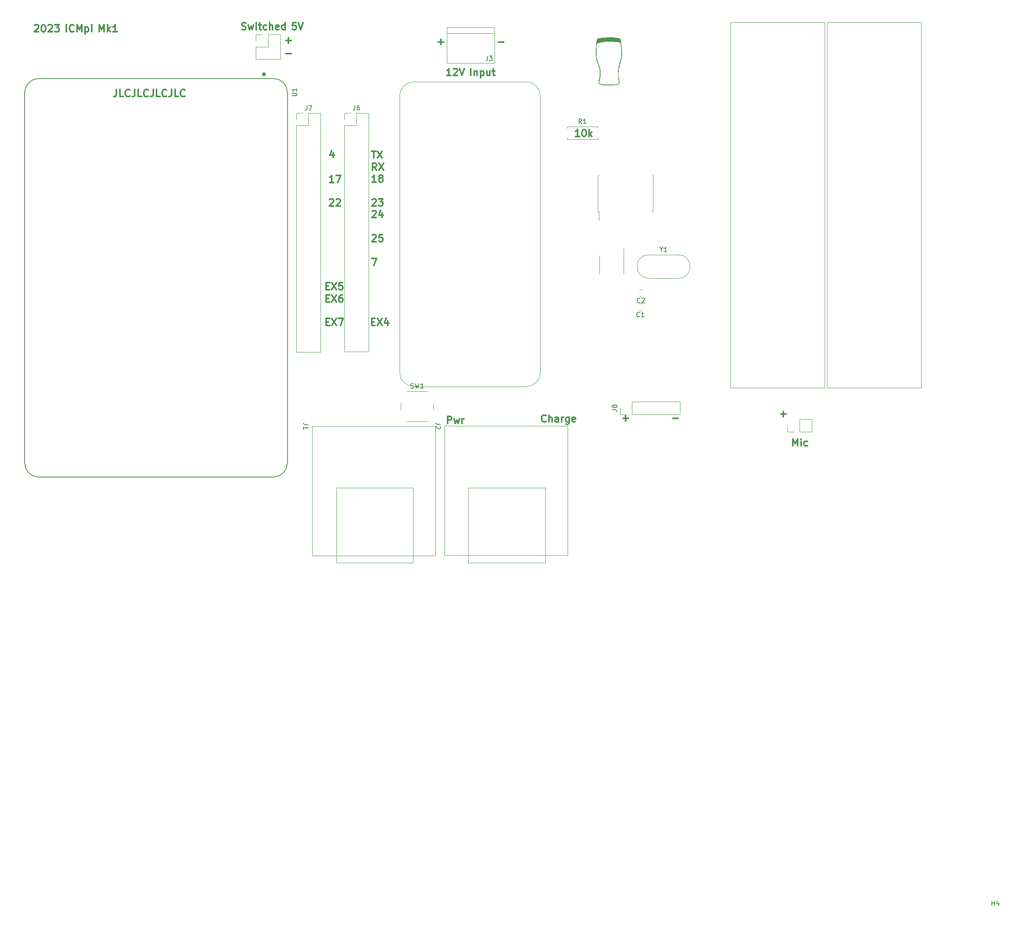
<source format=gbr>
%TF.GenerationSoftware,KiCad,Pcbnew,(7.0.0)*%
%TF.CreationDate,2023-03-30T12:23:11-04:00*%
%TF.ProjectId,headunit_pi4,68656164-756e-4697-945f-7069342e6b69,rev?*%
%TF.SameCoordinates,Original*%
%TF.FileFunction,Legend,Top*%
%TF.FilePolarity,Positive*%
%FSLAX46Y46*%
G04 Gerber Fmt 4.6, Leading zero omitted, Abs format (unit mm)*
G04 Created by KiCad (PCBNEW (7.0.0)) date 2023-03-30 12:23:11*
%MOMM*%
%LPD*%
G01*
G04 APERTURE LIST*
%ADD10C,0.300000*%
%ADD11C,0.304800*%
%ADD12C,0.150000*%
%ADD13C,0.120000*%
%ADD14C,0.010000*%
%ADD15C,0.127000*%
%ADD16C,0.400000*%
%ADD17C,0.100000*%
G04 APERTURE END LIST*
D10*
X97100000Y-96073571D02*
X97100000Y-97073571D01*
X96742857Y-95502142D02*
X96385714Y-96573571D01*
X96385714Y-96573571D02*
X97314285Y-96573571D01*
X105242857Y-95673571D02*
X106100000Y-95673571D01*
X105671428Y-97173571D02*
X105671428Y-95673571D01*
X106457142Y-95673571D02*
X107457142Y-97173571D01*
X107457142Y-95673571D02*
X106457142Y-97173571D01*
X106314285Y-99773571D02*
X105814285Y-99059285D01*
X105457142Y-99773571D02*
X105457142Y-98273571D01*
X105457142Y-98273571D02*
X106028571Y-98273571D01*
X106028571Y-98273571D02*
X106171428Y-98345000D01*
X106171428Y-98345000D02*
X106242857Y-98416428D01*
X106242857Y-98416428D02*
X106314285Y-98559285D01*
X106314285Y-98559285D02*
X106314285Y-98773571D01*
X106314285Y-98773571D02*
X106242857Y-98916428D01*
X106242857Y-98916428D02*
X106171428Y-98987857D01*
X106171428Y-98987857D02*
X106028571Y-99059285D01*
X106028571Y-99059285D02*
X105457142Y-99059285D01*
X106814285Y-98273571D02*
X107814285Y-99773571D01*
X107814285Y-98273571D02*
X106814285Y-99773571D01*
X95557142Y-124487857D02*
X96057142Y-124487857D01*
X96271428Y-125273571D02*
X95557142Y-125273571D01*
X95557142Y-125273571D02*
X95557142Y-123773571D01*
X95557142Y-123773571D02*
X96271428Y-123773571D01*
X96771428Y-123773571D02*
X97771428Y-125273571D01*
X97771428Y-123773571D02*
X96771428Y-125273571D01*
X99057142Y-123773571D02*
X98342856Y-123773571D01*
X98342856Y-123773571D02*
X98271428Y-124487857D01*
X98271428Y-124487857D02*
X98342856Y-124416428D01*
X98342856Y-124416428D02*
X98485714Y-124345000D01*
X98485714Y-124345000D02*
X98842856Y-124345000D01*
X98842856Y-124345000D02*
X98985714Y-124416428D01*
X98985714Y-124416428D02*
X99057142Y-124487857D01*
X99057142Y-124487857D02*
X99128571Y-124630714D01*
X99128571Y-124630714D02*
X99128571Y-124987857D01*
X99128571Y-124987857D02*
X99057142Y-125130714D01*
X99057142Y-125130714D02*
X98985714Y-125202142D01*
X98985714Y-125202142D02*
X98842856Y-125273571D01*
X98842856Y-125273571D02*
X98485714Y-125273571D01*
X98485714Y-125273571D02*
X98342856Y-125202142D01*
X98342856Y-125202142D02*
X98271428Y-125130714D01*
X95557142Y-127087857D02*
X96057142Y-127087857D01*
X96271428Y-127873571D02*
X95557142Y-127873571D01*
X95557142Y-127873571D02*
X95557142Y-126373571D01*
X95557142Y-126373571D02*
X96271428Y-126373571D01*
X96771428Y-126373571D02*
X97771428Y-127873571D01*
X97771428Y-126373571D02*
X96771428Y-127873571D01*
X98985714Y-126373571D02*
X98699999Y-126373571D01*
X98699999Y-126373571D02*
X98557142Y-126445000D01*
X98557142Y-126445000D02*
X98485714Y-126516428D01*
X98485714Y-126516428D02*
X98342856Y-126730714D01*
X98342856Y-126730714D02*
X98271428Y-127016428D01*
X98271428Y-127016428D02*
X98271428Y-127587857D01*
X98271428Y-127587857D02*
X98342856Y-127730714D01*
X98342856Y-127730714D02*
X98414285Y-127802142D01*
X98414285Y-127802142D02*
X98557142Y-127873571D01*
X98557142Y-127873571D02*
X98842856Y-127873571D01*
X98842856Y-127873571D02*
X98985714Y-127802142D01*
X98985714Y-127802142D02*
X99057142Y-127730714D01*
X99057142Y-127730714D02*
X99128571Y-127587857D01*
X99128571Y-127587857D02*
X99128571Y-127230714D01*
X99128571Y-127230714D02*
X99057142Y-127087857D01*
X99057142Y-127087857D02*
X98985714Y-127016428D01*
X98985714Y-127016428D02*
X98842856Y-126945000D01*
X98842856Y-126945000D02*
X98557142Y-126945000D01*
X98557142Y-126945000D02*
X98414285Y-127016428D01*
X98414285Y-127016428D02*
X98342856Y-127087857D01*
X98342856Y-127087857D02*
X98271428Y-127230714D01*
X95557142Y-132087857D02*
X96057142Y-132087857D01*
X96271428Y-132873571D02*
X95557142Y-132873571D01*
X95557142Y-132873571D02*
X95557142Y-131373571D01*
X95557142Y-131373571D02*
X96271428Y-131373571D01*
X96771428Y-131373571D02*
X97771428Y-132873571D01*
X97771428Y-131373571D02*
X96771428Y-132873571D01*
X98199999Y-131373571D02*
X99199999Y-131373571D01*
X99199999Y-131373571D02*
X98557142Y-132873571D01*
X105257142Y-132087857D02*
X105757142Y-132087857D01*
X105971428Y-132873571D02*
X105257142Y-132873571D01*
X105257142Y-132873571D02*
X105257142Y-131373571D01*
X105257142Y-131373571D02*
X105971428Y-131373571D01*
X106471428Y-131373571D02*
X107471428Y-132873571D01*
X107471428Y-131373571D02*
X106471428Y-132873571D01*
X108685714Y-131873571D02*
X108685714Y-132873571D01*
X108328571Y-131302142D02*
X107971428Y-132373571D01*
X107971428Y-132373571D02*
X108899999Y-132373571D01*
X105314285Y-118573571D02*
X106314285Y-118573571D01*
X106314285Y-118573571D02*
X105671428Y-120073571D01*
X105385714Y-113616428D02*
X105457142Y-113545000D01*
X105457142Y-113545000D02*
X105600000Y-113473571D01*
X105600000Y-113473571D02*
X105957142Y-113473571D01*
X105957142Y-113473571D02*
X106100000Y-113545000D01*
X106100000Y-113545000D02*
X106171428Y-113616428D01*
X106171428Y-113616428D02*
X106242857Y-113759285D01*
X106242857Y-113759285D02*
X106242857Y-113902142D01*
X106242857Y-113902142D02*
X106171428Y-114116428D01*
X106171428Y-114116428D02*
X105314285Y-114973571D01*
X105314285Y-114973571D02*
X106242857Y-114973571D01*
X107599999Y-113473571D02*
X106885713Y-113473571D01*
X106885713Y-113473571D02*
X106814285Y-114187857D01*
X106814285Y-114187857D02*
X106885713Y-114116428D01*
X106885713Y-114116428D02*
X107028571Y-114045000D01*
X107028571Y-114045000D02*
X107385713Y-114045000D01*
X107385713Y-114045000D02*
X107528571Y-114116428D01*
X107528571Y-114116428D02*
X107599999Y-114187857D01*
X107599999Y-114187857D02*
X107671428Y-114330714D01*
X107671428Y-114330714D02*
X107671428Y-114687857D01*
X107671428Y-114687857D02*
X107599999Y-114830714D01*
X107599999Y-114830714D02*
X107528571Y-114902142D01*
X107528571Y-114902142D02*
X107385713Y-114973571D01*
X107385713Y-114973571D02*
X107028571Y-114973571D01*
X107028571Y-114973571D02*
X106885713Y-114902142D01*
X106885713Y-114902142D02*
X106814285Y-114830714D01*
X105385714Y-108516428D02*
X105457142Y-108445000D01*
X105457142Y-108445000D02*
X105600000Y-108373571D01*
X105600000Y-108373571D02*
X105957142Y-108373571D01*
X105957142Y-108373571D02*
X106100000Y-108445000D01*
X106100000Y-108445000D02*
X106171428Y-108516428D01*
X106171428Y-108516428D02*
X106242857Y-108659285D01*
X106242857Y-108659285D02*
X106242857Y-108802142D01*
X106242857Y-108802142D02*
X106171428Y-109016428D01*
X106171428Y-109016428D02*
X105314285Y-109873571D01*
X105314285Y-109873571D02*
X106242857Y-109873571D01*
X107528571Y-108873571D02*
X107528571Y-109873571D01*
X107171428Y-108302142D02*
X106814285Y-109373571D01*
X106814285Y-109373571D02*
X107742856Y-109373571D01*
X96285714Y-106016428D02*
X96357142Y-105945000D01*
X96357142Y-105945000D02*
X96500000Y-105873571D01*
X96500000Y-105873571D02*
X96857142Y-105873571D01*
X96857142Y-105873571D02*
X97000000Y-105945000D01*
X97000000Y-105945000D02*
X97071428Y-106016428D01*
X97071428Y-106016428D02*
X97142857Y-106159285D01*
X97142857Y-106159285D02*
X97142857Y-106302142D01*
X97142857Y-106302142D02*
X97071428Y-106516428D01*
X97071428Y-106516428D02*
X96214285Y-107373571D01*
X96214285Y-107373571D02*
X97142857Y-107373571D01*
X97714285Y-106016428D02*
X97785713Y-105945000D01*
X97785713Y-105945000D02*
X97928571Y-105873571D01*
X97928571Y-105873571D02*
X98285713Y-105873571D01*
X98285713Y-105873571D02*
X98428571Y-105945000D01*
X98428571Y-105945000D02*
X98499999Y-106016428D01*
X98499999Y-106016428D02*
X98571428Y-106159285D01*
X98571428Y-106159285D02*
X98571428Y-106302142D01*
X98571428Y-106302142D02*
X98499999Y-106516428D01*
X98499999Y-106516428D02*
X97642856Y-107373571D01*
X97642856Y-107373571D02*
X98571428Y-107373571D01*
X105385714Y-106016428D02*
X105457142Y-105945000D01*
X105457142Y-105945000D02*
X105600000Y-105873571D01*
X105600000Y-105873571D02*
X105957142Y-105873571D01*
X105957142Y-105873571D02*
X106100000Y-105945000D01*
X106100000Y-105945000D02*
X106171428Y-106016428D01*
X106171428Y-106016428D02*
X106242857Y-106159285D01*
X106242857Y-106159285D02*
X106242857Y-106302142D01*
X106242857Y-106302142D02*
X106171428Y-106516428D01*
X106171428Y-106516428D02*
X105314285Y-107373571D01*
X105314285Y-107373571D02*
X106242857Y-107373571D01*
X106742856Y-105873571D02*
X107671428Y-105873571D01*
X107671428Y-105873571D02*
X107171428Y-106445000D01*
X107171428Y-106445000D02*
X107385713Y-106445000D01*
X107385713Y-106445000D02*
X107528571Y-106516428D01*
X107528571Y-106516428D02*
X107599999Y-106587857D01*
X107599999Y-106587857D02*
X107671428Y-106730714D01*
X107671428Y-106730714D02*
X107671428Y-107087857D01*
X107671428Y-107087857D02*
X107599999Y-107230714D01*
X107599999Y-107230714D02*
X107528571Y-107302142D01*
X107528571Y-107302142D02*
X107385713Y-107373571D01*
X107385713Y-107373571D02*
X106957142Y-107373571D01*
X106957142Y-107373571D02*
X106814285Y-107302142D01*
X106814285Y-107302142D02*
X106742856Y-107230714D01*
X97142857Y-102373571D02*
X96285714Y-102373571D01*
X96714285Y-102373571D02*
X96714285Y-100873571D01*
X96714285Y-100873571D02*
X96571428Y-101087857D01*
X96571428Y-101087857D02*
X96428571Y-101230714D01*
X96428571Y-101230714D02*
X96285714Y-101302142D01*
X97642856Y-100873571D02*
X98642856Y-100873571D01*
X98642856Y-100873571D02*
X97999999Y-102373571D01*
X106242857Y-102273571D02*
X105385714Y-102273571D01*
X105814285Y-102273571D02*
X105814285Y-100773571D01*
X105814285Y-100773571D02*
X105671428Y-100987857D01*
X105671428Y-100987857D02*
X105528571Y-101130714D01*
X105528571Y-101130714D02*
X105385714Y-101202142D01*
X107099999Y-101416428D02*
X106957142Y-101345000D01*
X106957142Y-101345000D02*
X106885713Y-101273571D01*
X106885713Y-101273571D02*
X106814285Y-101130714D01*
X106814285Y-101130714D02*
X106814285Y-101059285D01*
X106814285Y-101059285D02*
X106885713Y-100916428D01*
X106885713Y-100916428D02*
X106957142Y-100845000D01*
X106957142Y-100845000D02*
X107099999Y-100773571D01*
X107099999Y-100773571D02*
X107385713Y-100773571D01*
X107385713Y-100773571D02*
X107528571Y-100845000D01*
X107528571Y-100845000D02*
X107599999Y-100916428D01*
X107599999Y-100916428D02*
X107671428Y-101059285D01*
X107671428Y-101059285D02*
X107671428Y-101130714D01*
X107671428Y-101130714D02*
X107599999Y-101273571D01*
X107599999Y-101273571D02*
X107528571Y-101345000D01*
X107528571Y-101345000D02*
X107385713Y-101416428D01*
X107385713Y-101416428D02*
X107099999Y-101416428D01*
X107099999Y-101416428D02*
X106957142Y-101487857D01*
X106957142Y-101487857D02*
X106885713Y-101559285D01*
X106885713Y-101559285D02*
X106814285Y-101702142D01*
X106814285Y-101702142D02*
X106814285Y-101987857D01*
X106814285Y-101987857D02*
X106885713Y-102130714D01*
X106885713Y-102130714D02*
X106957142Y-102202142D01*
X106957142Y-102202142D02*
X107099999Y-102273571D01*
X107099999Y-102273571D02*
X107385713Y-102273571D01*
X107385713Y-102273571D02*
X107528571Y-102202142D01*
X107528571Y-102202142D02*
X107599999Y-102130714D01*
X107599999Y-102130714D02*
X107671428Y-101987857D01*
X107671428Y-101987857D02*
X107671428Y-101702142D01*
X107671428Y-101702142D02*
X107599999Y-101559285D01*
X107599999Y-101559285D02*
X107528571Y-101487857D01*
X107528571Y-101487857D02*
X107385713Y-101416428D01*
X195057142Y-158573571D02*
X195057142Y-157073571D01*
X195057142Y-157073571D02*
X195557142Y-158145000D01*
X195557142Y-158145000D02*
X196057142Y-157073571D01*
X196057142Y-157073571D02*
X196057142Y-158573571D01*
X196771428Y-158573571D02*
X196771428Y-157573571D01*
X196771428Y-157073571D02*
X196700000Y-157145000D01*
X196700000Y-157145000D02*
X196771428Y-157216428D01*
X196771428Y-157216428D02*
X196842857Y-157145000D01*
X196842857Y-157145000D02*
X196771428Y-157073571D01*
X196771428Y-157073571D02*
X196771428Y-157216428D01*
X198128572Y-158502142D02*
X197985714Y-158573571D01*
X197985714Y-158573571D02*
X197700000Y-158573571D01*
X197700000Y-158573571D02*
X197557143Y-158502142D01*
X197557143Y-158502142D02*
X197485714Y-158430714D01*
X197485714Y-158430714D02*
X197414286Y-158287857D01*
X197414286Y-158287857D02*
X197414286Y-157859285D01*
X197414286Y-157859285D02*
X197485714Y-157716428D01*
X197485714Y-157716428D02*
X197557143Y-157645000D01*
X197557143Y-157645000D02*
X197700000Y-157573571D01*
X197700000Y-157573571D02*
X197985714Y-157573571D01*
X197985714Y-157573571D02*
X198128572Y-157645000D01*
X192457142Y-151802142D02*
X193600000Y-151802142D01*
X193028571Y-152373571D02*
X193028571Y-151230714D01*
D11*
X50860571Y-82535888D02*
X50860571Y-83624460D01*
X50860571Y-83624460D02*
X50788000Y-83842174D01*
X50788000Y-83842174D02*
X50642857Y-83987317D01*
X50642857Y-83987317D02*
X50425143Y-84059888D01*
X50425143Y-84059888D02*
X50280000Y-84059888D01*
X52312000Y-84059888D02*
X51586286Y-84059888D01*
X51586286Y-84059888D02*
X51586286Y-82535888D01*
X53690857Y-83914745D02*
X53618285Y-83987317D01*
X53618285Y-83987317D02*
X53400571Y-84059888D01*
X53400571Y-84059888D02*
X53255428Y-84059888D01*
X53255428Y-84059888D02*
X53037714Y-83987317D01*
X53037714Y-83987317D02*
X52892571Y-83842174D01*
X52892571Y-83842174D02*
X52820000Y-83697031D01*
X52820000Y-83697031D02*
X52747428Y-83406745D01*
X52747428Y-83406745D02*
X52747428Y-83189031D01*
X52747428Y-83189031D02*
X52820000Y-82898745D01*
X52820000Y-82898745D02*
X52892571Y-82753602D01*
X52892571Y-82753602D02*
X53037714Y-82608460D01*
X53037714Y-82608460D02*
X53255428Y-82535888D01*
X53255428Y-82535888D02*
X53400571Y-82535888D01*
X53400571Y-82535888D02*
X53618285Y-82608460D01*
X53618285Y-82608460D02*
X53690857Y-82681031D01*
X54779428Y-82535888D02*
X54779428Y-83624460D01*
X54779428Y-83624460D02*
X54706857Y-83842174D01*
X54706857Y-83842174D02*
X54561714Y-83987317D01*
X54561714Y-83987317D02*
X54344000Y-84059888D01*
X54344000Y-84059888D02*
X54198857Y-84059888D01*
X56230857Y-84059888D02*
X55505143Y-84059888D01*
X55505143Y-84059888D02*
X55505143Y-82535888D01*
X57609714Y-83914745D02*
X57537142Y-83987317D01*
X57537142Y-83987317D02*
X57319428Y-84059888D01*
X57319428Y-84059888D02*
X57174285Y-84059888D01*
X57174285Y-84059888D02*
X56956571Y-83987317D01*
X56956571Y-83987317D02*
X56811428Y-83842174D01*
X56811428Y-83842174D02*
X56738857Y-83697031D01*
X56738857Y-83697031D02*
X56666285Y-83406745D01*
X56666285Y-83406745D02*
X56666285Y-83189031D01*
X56666285Y-83189031D02*
X56738857Y-82898745D01*
X56738857Y-82898745D02*
X56811428Y-82753602D01*
X56811428Y-82753602D02*
X56956571Y-82608460D01*
X56956571Y-82608460D02*
X57174285Y-82535888D01*
X57174285Y-82535888D02*
X57319428Y-82535888D01*
X57319428Y-82535888D02*
X57537142Y-82608460D01*
X57537142Y-82608460D02*
X57609714Y-82681031D01*
X58698285Y-82535888D02*
X58698285Y-83624460D01*
X58698285Y-83624460D02*
X58625714Y-83842174D01*
X58625714Y-83842174D02*
X58480571Y-83987317D01*
X58480571Y-83987317D02*
X58262857Y-84059888D01*
X58262857Y-84059888D02*
X58117714Y-84059888D01*
X60149714Y-84059888D02*
X59424000Y-84059888D01*
X59424000Y-84059888D02*
X59424000Y-82535888D01*
X61528571Y-83914745D02*
X61455999Y-83987317D01*
X61455999Y-83987317D02*
X61238285Y-84059888D01*
X61238285Y-84059888D02*
X61093142Y-84059888D01*
X61093142Y-84059888D02*
X60875428Y-83987317D01*
X60875428Y-83987317D02*
X60730285Y-83842174D01*
X60730285Y-83842174D02*
X60657714Y-83697031D01*
X60657714Y-83697031D02*
X60585142Y-83406745D01*
X60585142Y-83406745D02*
X60585142Y-83189031D01*
X60585142Y-83189031D02*
X60657714Y-82898745D01*
X60657714Y-82898745D02*
X60730285Y-82753602D01*
X60730285Y-82753602D02*
X60875428Y-82608460D01*
X60875428Y-82608460D02*
X61093142Y-82535888D01*
X61093142Y-82535888D02*
X61238285Y-82535888D01*
X61238285Y-82535888D02*
X61455999Y-82608460D01*
X61455999Y-82608460D02*
X61528571Y-82681031D01*
X62617142Y-82535888D02*
X62617142Y-83624460D01*
X62617142Y-83624460D02*
X62544571Y-83842174D01*
X62544571Y-83842174D02*
X62399428Y-83987317D01*
X62399428Y-83987317D02*
X62181714Y-84059888D01*
X62181714Y-84059888D02*
X62036571Y-84059888D01*
X64068571Y-84059888D02*
X63342857Y-84059888D01*
X63342857Y-84059888D02*
X63342857Y-82535888D01*
X65447428Y-83914745D02*
X65374856Y-83987317D01*
X65374856Y-83987317D02*
X65157142Y-84059888D01*
X65157142Y-84059888D02*
X65011999Y-84059888D01*
X65011999Y-84059888D02*
X64794285Y-83987317D01*
X64794285Y-83987317D02*
X64649142Y-83842174D01*
X64649142Y-83842174D02*
X64576571Y-83697031D01*
X64576571Y-83697031D02*
X64503999Y-83406745D01*
X64503999Y-83406745D02*
X64503999Y-83189031D01*
X64503999Y-83189031D02*
X64576571Y-82898745D01*
X64576571Y-82898745D02*
X64649142Y-82753602D01*
X64649142Y-82753602D02*
X64794285Y-82608460D01*
X64794285Y-82608460D02*
X65011999Y-82535888D01*
X65011999Y-82535888D02*
X65157142Y-82535888D01*
X65157142Y-82535888D02*
X65374856Y-82608460D01*
X65374856Y-82608460D02*
X65447428Y-82681031D01*
X33411599Y-68881031D02*
X33484171Y-68808460D01*
X33484171Y-68808460D02*
X33629314Y-68735888D01*
X33629314Y-68735888D02*
X33992171Y-68735888D01*
X33992171Y-68735888D02*
X34137314Y-68808460D01*
X34137314Y-68808460D02*
X34209885Y-68881031D01*
X34209885Y-68881031D02*
X34282456Y-69026174D01*
X34282456Y-69026174D02*
X34282456Y-69171317D01*
X34282456Y-69171317D02*
X34209885Y-69389031D01*
X34209885Y-69389031D02*
X33339028Y-70259888D01*
X33339028Y-70259888D02*
X34282456Y-70259888D01*
X35225885Y-68735888D02*
X35371028Y-68735888D01*
X35371028Y-68735888D02*
X35516171Y-68808460D01*
X35516171Y-68808460D02*
X35588743Y-68881031D01*
X35588743Y-68881031D02*
X35661314Y-69026174D01*
X35661314Y-69026174D02*
X35733885Y-69316460D01*
X35733885Y-69316460D02*
X35733885Y-69679317D01*
X35733885Y-69679317D02*
X35661314Y-69969602D01*
X35661314Y-69969602D02*
X35588743Y-70114745D01*
X35588743Y-70114745D02*
X35516171Y-70187317D01*
X35516171Y-70187317D02*
X35371028Y-70259888D01*
X35371028Y-70259888D02*
X35225885Y-70259888D01*
X35225885Y-70259888D02*
X35080743Y-70187317D01*
X35080743Y-70187317D02*
X35008171Y-70114745D01*
X35008171Y-70114745D02*
X34935600Y-69969602D01*
X34935600Y-69969602D02*
X34863028Y-69679317D01*
X34863028Y-69679317D02*
X34863028Y-69316460D01*
X34863028Y-69316460D02*
X34935600Y-69026174D01*
X34935600Y-69026174D02*
X35008171Y-68881031D01*
X35008171Y-68881031D02*
X35080743Y-68808460D01*
X35080743Y-68808460D02*
X35225885Y-68735888D01*
X36314457Y-68881031D02*
X36387029Y-68808460D01*
X36387029Y-68808460D02*
X36532172Y-68735888D01*
X36532172Y-68735888D02*
X36895029Y-68735888D01*
X36895029Y-68735888D02*
X37040172Y-68808460D01*
X37040172Y-68808460D02*
X37112743Y-68881031D01*
X37112743Y-68881031D02*
X37185314Y-69026174D01*
X37185314Y-69026174D02*
X37185314Y-69171317D01*
X37185314Y-69171317D02*
X37112743Y-69389031D01*
X37112743Y-69389031D02*
X36241886Y-70259888D01*
X36241886Y-70259888D02*
X37185314Y-70259888D01*
X37693315Y-68735888D02*
X38636743Y-68735888D01*
X38636743Y-68735888D02*
X38128743Y-69316460D01*
X38128743Y-69316460D02*
X38346458Y-69316460D01*
X38346458Y-69316460D02*
X38491601Y-69389031D01*
X38491601Y-69389031D02*
X38564172Y-69461602D01*
X38564172Y-69461602D02*
X38636743Y-69606745D01*
X38636743Y-69606745D02*
X38636743Y-69969602D01*
X38636743Y-69969602D02*
X38564172Y-70114745D01*
X38564172Y-70114745D02*
X38491601Y-70187317D01*
X38491601Y-70187317D02*
X38346458Y-70259888D01*
X38346458Y-70259888D02*
X37911029Y-70259888D01*
X37911029Y-70259888D02*
X37765886Y-70187317D01*
X37765886Y-70187317D02*
X37693315Y-70114745D01*
X40204287Y-70259888D02*
X40204287Y-68735888D01*
X41800858Y-70114745D02*
X41728286Y-70187317D01*
X41728286Y-70187317D02*
X41510572Y-70259888D01*
X41510572Y-70259888D02*
X41365429Y-70259888D01*
X41365429Y-70259888D02*
X41147715Y-70187317D01*
X41147715Y-70187317D02*
X41002572Y-70042174D01*
X41002572Y-70042174D02*
X40930001Y-69897031D01*
X40930001Y-69897031D02*
X40857429Y-69606745D01*
X40857429Y-69606745D02*
X40857429Y-69389031D01*
X40857429Y-69389031D02*
X40930001Y-69098745D01*
X40930001Y-69098745D02*
X41002572Y-68953602D01*
X41002572Y-68953602D02*
X41147715Y-68808460D01*
X41147715Y-68808460D02*
X41365429Y-68735888D01*
X41365429Y-68735888D02*
X41510572Y-68735888D01*
X41510572Y-68735888D02*
X41728286Y-68808460D01*
X41728286Y-68808460D02*
X41800858Y-68881031D01*
X42454001Y-70259888D02*
X42454001Y-68735888D01*
X42454001Y-68735888D02*
X42962001Y-69824460D01*
X42962001Y-69824460D02*
X43470001Y-68735888D01*
X43470001Y-68735888D02*
X43470001Y-70259888D01*
X44195715Y-69243888D02*
X44195715Y-70767888D01*
X44195715Y-69316460D02*
X44340858Y-69243888D01*
X44340858Y-69243888D02*
X44631143Y-69243888D01*
X44631143Y-69243888D02*
X44776286Y-69316460D01*
X44776286Y-69316460D02*
X44848858Y-69389031D01*
X44848858Y-69389031D02*
X44921429Y-69534174D01*
X44921429Y-69534174D02*
X44921429Y-69969602D01*
X44921429Y-69969602D02*
X44848858Y-70114745D01*
X44848858Y-70114745D02*
X44776286Y-70187317D01*
X44776286Y-70187317D02*
X44631143Y-70259888D01*
X44631143Y-70259888D02*
X44340858Y-70259888D01*
X44340858Y-70259888D02*
X44195715Y-70187317D01*
X45574572Y-70259888D02*
X45574572Y-69243888D01*
X45574572Y-68735888D02*
X45502000Y-68808460D01*
X45502000Y-68808460D02*
X45574572Y-68881031D01*
X45574572Y-68881031D02*
X45647143Y-68808460D01*
X45647143Y-68808460D02*
X45574572Y-68735888D01*
X45574572Y-68735888D02*
X45574572Y-68881031D01*
X47214686Y-70259888D02*
X47214686Y-68735888D01*
X47214686Y-68735888D02*
X47722686Y-69824460D01*
X47722686Y-69824460D02*
X48230686Y-68735888D01*
X48230686Y-68735888D02*
X48230686Y-70259888D01*
X48956400Y-70259888D02*
X48956400Y-68735888D01*
X49101543Y-69679317D02*
X49536971Y-70259888D01*
X49536971Y-69243888D02*
X48956400Y-69824460D01*
X50988399Y-70259888D02*
X50117542Y-70259888D01*
X50552971Y-70259888D02*
X50552971Y-68735888D01*
X50552971Y-68735888D02*
X50407828Y-68953602D01*
X50407828Y-68953602D02*
X50262685Y-69098745D01*
X50262685Y-69098745D02*
X50117542Y-69171317D01*
D10*
X169457142Y-152702142D02*
X170600000Y-152702142D01*
X158857142Y-152702142D02*
X160000000Y-152702142D01*
X159428571Y-153273571D02*
X159428571Y-152130714D01*
X142414285Y-153330714D02*
X142342857Y-153402142D01*
X142342857Y-153402142D02*
X142128571Y-153473571D01*
X142128571Y-153473571D02*
X141985714Y-153473571D01*
X141985714Y-153473571D02*
X141771428Y-153402142D01*
X141771428Y-153402142D02*
X141628571Y-153259285D01*
X141628571Y-153259285D02*
X141557142Y-153116428D01*
X141557142Y-153116428D02*
X141485714Y-152830714D01*
X141485714Y-152830714D02*
X141485714Y-152616428D01*
X141485714Y-152616428D02*
X141557142Y-152330714D01*
X141557142Y-152330714D02*
X141628571Y-152187857D01*
X141628571Y-152187857D02*
X141771428Y-152045000D01*
X141771428Y-152045000D02*
X141985714Y-151973571D01*
X141985714Y-151973571D02*
X142128571Y-151973571D01*
X142128571Y-151973571D02*
X142342857Y-152045000D01*
X142342857Y-152045000D02*
X142414285Y-152116428D01*
X143057142Y-153473571D02*
X143057142Y-151973571D01*
X143700000Y-153473571D02*
X143700000Y-152687857D01*
X143700000Y-152687857D02*
X143628571Y-152545000D01*
X143628571Y-152545000D02*
X143485714Y-152473571D01*
X143485714Y-152473571D02*
X143271428Y-152473571D01*
X143271428Y-152473571D02*
X143128571Y-152545000D01*
X143128571Y-152545000D02*
X143057142Y-152616428D01*
X145057143Y-153473571D02*
X145057143Y-152687857D01*
X145057143Y-152687857D02*
X144985714Y-152545000D01*
X144985714Y-152545000D02*
X144842857Y-152473571D01*
X144842857Y-152473571D02*
X144557143Y-152473571D01*
X144557143Y-152473571D02*
X144414285Y-152545000D01*
X145057143Y-153402142D02*
X144914285Y-153473571D01*
X144914285Y-153473571D02*
X144557143Y-153473571D01*
X144557143Y-153473571D02*
X144414285Y-153402142D01*
X144414285Y-153402142D02*
X144342857Y-153259285D01*
X144342857Y-153259285D02*
X144342857Y-153116428D01*
X144342857Y-153116428D02*
X144414285Y-152973571D01*
X144414285Y-152973571D02*
X144557143Y-152902142D01*
X144557143Y-152902142D02*
X144914285Y-152902142D01*
X144914285Y-152902142D02*
X145057143Y-152830714D01*
X145771428Y-153473571D02*
X145771428Y-152473571D01*
X145771428Y-152759285D02*
X145842857Y-152616428D01*
X145842857Y-152616428D02*
X145914286Y-152545000D01*
X145914286Y-152545000D02*
X146057143Y-152473571D01*
X146057143Y-152473571D02*
X146200000Y-152473571D01*
X147342857Y-152473571D02*
X147342857Y-153687857D01*
X147342857Y-153687857D02*
X147271428Y-153830714D01*
X147271428Y-153830714D02*
X147199999Y-153902142D01*
X147199999Y-153902142D02*
X147057142Y-153973571D01*
X147057142Y-153973571D02*
X146842857Y-153973571D01*
X146842857Y-153973571D02*
X146699999Y-153902142D01*
X147342857Y-153402142D02*
X147199999Y-153473571D01*
X147199999Y-153473571D02*
X146914285Y-153473571D01*
X146914285Y-153473571D02*
X146771428Y-153402142D01*
X146771428Y-153402142D02*
X146699999Y-153330714D01*
X146699999Y-153330714D02*
X146628571Y-153187857D01*
X146628571Y-153187857D02*
X146628571Y-152759285D01*
X146628571Y-152759285D02*
X146699999Y-152616428D01*
X146699999Y-152616428D02*
X146771428Y-152545000D01*
X146771428Y-152545000D02*
X146914285Y-152473571D01*
X146914285Y-152473571D02*
X147199999Y-152473571D01*
X147199999Y-152473571D02*
X147342857Y-152545000D01*
X148628571Y-153402142D02*
X148485714Y-153473571D01*
X148485714Y-153473571D02*
X148200000Y-153473571D01*
X148200000Y-153473571D02*
X148057142Y-153402142D01*
X148057142Y-153402142D02*
X147985714Y-153259285D01*
X147985714Y-153259285D02*
X147985714Y-152687857D01*
X147985714Y-152687857D02*
X148057142Y-152545000D01*
X148057142Y-152545000D02*
X148200000Y-152473571D01*
X148200000Y-152473571D02*
X148485714Y-152473571D01*
X148485714Y-152473571D02*
X148628571Y-152545000D01*
X148628571Y-152545000D02*
X148700000Y-152687857D01*
X148700000Y-152687857D02*
X148700000Y-152830714D01*
X148700000Y-152830714D02*
X147985714Y-152973571D01*
X121457142Y-153773571D02*
X121457142Y-152273571D01*
X121457142Y-152273571D02*
X122028571Y-152273571D01*
X122028571Y-152273571D02*
X122171428Y-152345000D01*
X122171428Y-152345000D02*
X122242857Y-152416428D01*
X122242857Y-152416428D02*
X122314285Y-152559285D01*
X122314285Y-152559285D02*
X122314285Y-152773571D01*
X122314285Y-152773571D02*
X122242857Y-152916428D01*
X122242857Y-152916428D02*
X122171428Y-152987857D01*
X122171428Y-152987857D02*
X122028571Y-153059285D01*
X122028571Y-153059285D02*
X121457142Y-153059285D01*
X122814285Y-152773571D02*
X123100000Y-153773571D01*
X123100000Y-153773571D02*
X123385714Y-153059285D01*
X123385714Y-153059285D02*
X123671428Y-153773571D01*
X123671428Y-153773571D02*
X123957142Y-152773571D01*
X124528571Y-153773571D02*
X124528571Y-152773571D01*
X124528571Y-153059285D02*
X124600000Y-152916428D01*
X124600000Y-152916428D02*
X124671429Y-152845000D01*
X124671429Y-152845000D02*
X124814286Y-152773571D01*
X124814286Y-152773571D02*
X124957143Y-152773571D01*
X149542857Y-92573571D02*
X148685714Y-92573571D01*
X149114285Y-92573571D02*
X149114285Y-91073571D01*
X149114285Y-91073571D02*
X148971428Y-91287857D01*
X148971428Y-91287857D02*
X148828571Y-91430714D01*
X148828571Y-91430714D02*
X148685714Y-91502142D01*
X150471428Y-91073571D02*
X150614285Y-91073571D01*
X150614285Y-91073571D02*
X150757142Y-91145000D01*
X150757142Y-91145000D02*
X150828571Y-91216428D01*
X150828571Y-91216428D02*
X150899999Y-91359285D01*
X150899999Y-91359285D02*
X150971428Y-91645000D01*
X150971428Y-91645000D02*
X150971428Y-92002142D01*
X150971428Y-92002142D02*
X150899999Y-92287857D01*
X150899999Y-92287857D02*
X150828571Y-92430714D01*
X150828571Y-92430714D02*
X150757142Y-92502142D01*
X150757142Y-92502142D02*
X150614285Y-92573571D01*
X150614285Y-92573571D02*
X150471428Y-92573571D01*
X150471428Y-92573571D02*
X150328571Y-92502142D01*
X150328571Y-92502142D02*
X150257142Y-92430714D01*
X150257142Y-92430714D02*
X150185713Y-92287857D01*
X150185713Y-92287857D02*
X150114285Y-92002142D01*
X150114285Y-92002142D02*
X150114285Y-91645000D01*
X150114285Y-91645000D02*
X150185713Y-91359285D01*
X150185713Y-91359285D02*
X150257142Y-91216428D01*
X150257142Y-91216428D02*
X150328571Y-91145000D01*
X150328571Y-91145000D02*
X150471428Y-91073571D01*
X151614284Y-92573571D02*
X151614284Y-91073571D01*
X151757142Y-92002142D02*
X152185713Y-92573571D01*
X152185713Y-91573571D02*
X151614284Y-92145000D01*
X77585714Y-69702142D02*
X77800000Y-69773571D01*
X77800000Y-69773571D02*
X78157142Y-69773571D01*
X78157142Y-69773571D02*
X78300000Y-69702142D01*
X78300000Y-69702142D02*
X78371428Y-69630714D01*
X78371428Y-69630714D02*
X78442857Y-69487857D01*
X78442857Y-69487857D02*
X78442857Y-69345000D01*
X78442857Y-69345000D02*
X78371428Y-69202142D01*
X78371428Y-69202142D02*
X78300000Y-69130714D01*
X78300000Y-69130714D02*
X78157142Y-69059285D01*
X78157142Y-69059285D02*
X77871428Y-68987857D01*
X77871428Y-68987857D02*
X77728571Y-68916428D01*
X77728571Y-68916428D02*
X77657142Y-68845000D01*
X77657142Y-68845000D02*
X77585714Y-68702142D01*
X77585714Y-68702142D02*
X77585714Y-68559285D01*
X77585714Y-68559285D02*
X77657142Y-68416428D01*
X77657142Y-68416428D02*
X77728571Y-68345000D01*
X77728571Y-68345000D02*
X77871428Y-68273571D01*
X77871428Y-68273571D02*
X78228571Y-68273571D01*
X78228571Y-68273571D02*
X78442857Y-68345000D01*
X78942856Y-68773571D02*
X79228571Y-69773571D01*
X79228571Y-69773571D02*
X79514285Y-69059285D01*
X79514285Y-69059285D02*
X79799999Y-69773571D01*
X79799999Y-69773571D02*
X80085713Y-68773571D01*
X80657142Y-69773571D02*
X80657142Y-68773571D01*
X80657142Y-68273571D02*
X80585714Y-68345000D01*
X80585714Y-68345000D02*
X80657142Y-68416428D01*
X80657142Y-68416428D02*
X80728571Y-68345000D01*
X80728571Y-68345000D02*
X80657142Y-68273571D01*
X80657142Y-68273571D02*
X80657142Y-68416428D01*
X81157143Y-68773571D02*
X81728571Y-68773571D01*
X81371428Y-68273571D02*
X81371428Y-69559285D01*
X81371428Y-69559285D02*
X81442857Y-69702142D01*
X81442857Y-69702142D02*
X81585714Y-69773571D01*
X81585714Y-69773571D02*
X81728571Y-69773571D01*
X82871429Y-69702142D02*
X82728571Y-69773571D01*
X82728571Y-69773571D02*
X82442857Y-69773571D01*
X82442857Y-69773571D02*
X82300000Y-69702142D01*
X82300000Y-69702142D02*
X82228571Y-69630714D01*
X82228571Y-69630714D02*
X82157143Y-69487857D01*
X82157143Y-69487857D02*
X82157143Y-69059285D01*
X82157143Y-69059285D02*
X82228571Y-68916428D01*
X82228571Y-68916428D02*
X82300000Y-68845000D01*
X82300000Y-68845000D02*
X82442857Y-68773571D01*
X82442857Y-68773571D02*
X82728571Y-68773571D01*
X82728571Y-68773571D02*
X82871429Y-68845000D01*
X83514285Y-69773571D02*
X83514285Y-68273571D01*
X84157143Y-69773571D02*
X84157143Y-68987857D01*
X84157143Y-68987857D02*
X84085714Y-68845000D01*
X84085714Y-68845000D02*
X83942857Y-68773571D01*
X83942857Y-68773571D02*
X83728571Y-68773571D01*
X83728571Y-68773571D02*
X83585714Y-68845000D01*
X83585714Y-68845000D02*
X83514285Y-68916428D01*
X85442857Y-69702142D02*
X85300000Y-69773571D01*
X85300000Y-69773571D02*
X85014286Y-69773571D01*
X85014286Y-69773571D02*
X84871428Y-69702142D01*
X84871428Y-69702142D02*
X84800000Y-69559285D01*
X84800000Y-69559285D02*
X84800000Y-68987857D01*
X84800000Y-68987857D02*
X84871428Y-68845000D01*
X84871428Y-68845000D02*
X85014286Y-68773571D01*
X85014286Y-68773571D02*
X85300000Y-68773571D01*
X85300000Y-68773571D02*
X85442857Y-68845000D01*
X85442857Y-68845000D02*
X85514286Y-68987857D01*
X85514286Y-68987857D02*
X85514286Y-69130714D01*
X85514286Y-69130714D02*
X84800000Y-69273571D01*
X86800000Y-69773571D02*
X86800000Y-68273571D01*
X86800000Y-69702142D02*
X86657142Y-69773571D01*
X86657142Y-69773571D02*
X86371428Y-69773571D01*
X86371428Y-69773571D02*
X86228571Y-69702142D01*
X86228571Y-69702142D02*
X86157142Y-69630714D01*
X86157142Y-69630714D02*
X86085714Y-69487857D01*
X86085714Y-69487857D02*
X86085714Y-69059285D01*
X86085714Y-69059285D02*
X86157142Y-68916428D01*
X86157142Y-68916428D02*
X86228571Y-68845000D01*
X86228571Y-68845000D02*
X86371428Y-68773571D01*
X86371428Y-68773571D02*
X86657142Y-68773571D01*
X86657142Y-68773571D02*
X86800000Y-68845000D01*
X89128571Y-68273571D02*
X88414285Y-68273571D01*
X88414285Y-68273571D02*
X88342857Y-68987857D01*
X88342857Y-68987857D02*
X88414285Y-68916428D01*
X88414285Y-68916428D02*
X88557143Y-68845000D01*
X88557143Y-68845000D02*
X88914285Y-68845000D01*
X88914285Y-68845000D02*
X89057143Y-68916428D01*
X89057143Y-68916428D02*
X89128571Y-68987857D01*
X89128571Y-68987857D02*
X89200000Y-69130714D01*
X89200000Y-69130714D02*
X89200000Y-69487857D01*
X89200000Y-69487857D02*
X89128571Y-69630714D01*
X89128571Y-69630714D02*
X89057143Y-69702142D01*
X89057143Y-69702142D02*
X88914285Y-69773571D01*
X88914285Y-69773571D02*
X88557143Y-69773571D01*
X88557143Y-69773571D02*
X88414285Y-69702142D01*
X88414285Y-69702142D02*
X88342857Y-69630714D01*
X89628571Y-68273571D02*
X90128571Y-69773571D01*
X90128571Y-69773571D02*
X90628571Y-68273571D01*
X122142857Y-79573571D02*
X121285714Y-79573571D01*
X121714285Y-79573571D02*
X121714285Y-78073571D01*
X121714285Y-78073571D02*
X121571428Y-78287857D01*
X121571428Y-78287857D02*
X121428571Y-78430714D01*
X121428571Y-78430714D02*
X121285714Y-78502142D01*
X122714285Y-78216428D02*
X122785713Y-78145000D01*
X122785713Y-78145000D02*
X122928571Y-78073571D01*
X122928571Y-78073571D02*
X123285713Y-78073571D01*
X123285713Y-78073571D02*
X123428571Y-78145000D01*
X123428571Y-78145000D02*
X123499999Y-78216428D01*
X123499999Y-78216428D02*
X123571428Y-78359285D01*
X123571428Y-78359285D02*
X123571428Y-78502142D01*
X123571428Y-78502142D02*
X123499999Y-78716428D01*
X123499999Y-78716428D02*
X122642856Y-79573571D01*
X122642856Y-79573571D02*
X123571428Y-79573571D01*
X123999999Y-78073571D02*
X124499999Y-79573571D01*
X124499999Y-79573571D02*
X124999999Y-78073571D01*
X126399998Y-79573571D02*
X126399998Y-78073571D01*
X127114284Y-78573571D02*
X127114284Y-79573571D01*
X127114284Y-78716428D02*
X127185713Y-78645000D01*
X127185713Y-78645000D02*
X127328570Y-78573571D01*
X127328570Y-78573571D02*
X127542856Y-78573571D01*
X127542856Y-78573571D02*
X127685713Y-78645000D01*
X127685713Y-78645000D02*
X127757142Y-78787857D01*
X127757142Y-78787857D02*
X127757142Y-79573571D01*
X128471427Y-78573571D02*
X128471427Y-80073571D01*
X128471427Y-78645000D02*
X128614285Y-78573571D01*
X128614285Y-78573571D02*
X128899999Y-78573571D01*
X128899999Y-78573571D02*
X129042856Y-78645000D01*
X129042856Y-78645000D02*
X129114285Y-78716428D01*
X129114285Y-78716428D02*
X129185713Y-78859285D01*
X129185713Y-78859285D02*
X129185713Y-79287857D01*
X129185713Y-79287857D02*
X129114285Y-79430714D01*
X129114285Y-79430714D02*
X129042856Y-79502142D01*
X129042856Y-79502142D02*
X128899999Y-79573571D01*
X128899999Y-79573571D02*
X128614285Y-79573571D01*
X128614285Y-79573571D02*
X128471427Y-79502142D01*
X130471428Y-78573571D02*
X130471428Y-79573571D01*
X129828570Y-78573571D02*
X129828570Y-79359285D01*
X129828570Y-79359285D02*
X129899999Y-79502142D01*
X129899999Y-79502142D02*
X130042856Y-79573571D01*
X130042856Y-79573571D02*
X130257142Y-79573571D01*
X130257142Y-79573571D02*
X130399999Y-79502142D01*
X130399999Y-79502142D02*
X130471428Y-79430714D01*
X130971428Y-78573571D02*
X131542856Y-78573571D01*
X131185713Y-78073571D02*
X131185713Y-79359285D01*
X131185713Y-79359285D02*
X131257142Y-79502142D01*
X131257142Y-79502142D02*
X131399999Y-79573571D01*
X131399999Y-79573571D02*
X131542856Y-79573571D01*
X132257142Y-72402142D02*
X133400000Y-72402142D01*
X119457142Y-72402142D02*
X120600000Y-72402142D01*
X120028571Y-72973571D02*
X120028571Y-71830714D01*
X86957142Y-74902142D02*
X88100000Y-74902142D01*
X86957142Y-72102142D02*
X88100000Y-72102142D01*
X87528571Y-72673571D02*
X87528571Y-71530714D01*
D12*
%TO.C,H4*%
X237435151Y-256614436D02*
X237435151Y-255614436D01*
X237435151Y-256090627D02*
X238006579Y-256090627D01*
X238006579Y-256614436D02*
X238006579Y-255614436D01*
X238911341Y-255947770D02*
X238911341Y-256614436D01*
X238673246Y-255566817D02*
X238435151Y-256281103D01*
X238435151Y-256281103D02*
X239054198Y-256281103D01*
%TO.C,J8*%
X156537380Y-150833333D02*
X157251666Y-150833333D01*
X157251666Y-150833333D02*
X157394523Y-150880952D01*
X157394523Y-150880952D02*
X157489761Y-150976190D01*
X157489761Y-150976190D02*
X157537380Y-151119047D01*
X157537380Y-151119047D02*
X157537380Y-151214285D01*
X156965952Y-150214285D02*
X156918333Y-150309523D01*
X156918333Y-150309523D02*
X156870714Y-150357142D01*
X156870714Y-150357142D02*
X156775476Y-150404761D01*
X156775476Y-150404761D02*
X156727857Y-150404761D01*
X156727857Y-150404761D02*
X156632619Y-150357142D01*
X156632619Y-150357142D02*
X156585000Y-150309523D01*
X156585000Y-150309523D02*
X156537380Y-150214285D01*
X156537380Y-150214285D02*
X156537380Y-150023809D01*
X156537380Y-150023809D02*
X156585000Y-149928571D01*
X156585000Y-149928571D02*
X156632619Y-149880952D01*
X156632619Y-149880952D02*
X156727857Y-149833333D01*
X156727857Y-149833333D02*
X156775476Y-149833333D01*
X156775476Y-149833333D02*
X156870714Y-149880952D01*
X156870714Y-149880952D02*
X156918333Y-149928571D01*
X156918333Y-149928571D02*
X156965952Y-150023809D01*
X156965952Y-150023809D02*
X156965952Y-150214285D01*
X156965952Y-150214285D02*
X157013571Y-150309523D01*
X157013571Y-150309523D02*
X157061190Y-150357142D01*
X157061190Y-150357142D02*
X157156428Y-150404761D01*
X157156428Y-150404761D02*
X157346904Y-150404761D01*
X157346904Y-150404761D02*
X157442142Y-150357142D01*
X157442142Y-150357142D02*
X157489761Y-150309523D01*
X157489761Y-150309523D02*
X157537380Y-150214285D01*
X157537380Y-150214285D02*
X157537380Y-150023809D01*
X157537380Y-150023809D02*
X157489761Y-149928571D01*
X157489761Y-149928571D02*
X157442142Y-149880952D01*
X157442142Y-149880952D02*
X157346904Y-149833333D01*
X157346904Y-149833333D02*
X157156428Y-149833333D01*
X157156428Y-149833333D02*
X157061190Y-149880952D01*
X157061190Y-149880952D02*
X157013571Y-149928571D01*
X157013571Y-149928571D02*
X156965952Y-150023809D01*
%TO.C,J3*%
X129966666Y-75367380D02*
X129966666Y-76081666D01*
X129966666Y-76081666D02*
X129919047Y-76224523D01*
X129919047Y-76224523D02*
X129823809Y-76319761D01*
X129823809Y-76319761D02*
X129680952Y-76367380D01*
X129680952Y-76367380D02*
X129585714Y-76367380D01*
X130347619Y-75367380D02*
X130966666Y-75367380D01*
X130966666Y-75367380D02*
X130633333Y-75748333D01*
X130633333Y-75748333D02*
X130776190Y-75748333D01*
X130776190Y-75748333D02*
X130871428Y-75795952D01*
X130871428Y-75795952D02*
X130919047Y-75843571D01*
X130919047Y-75843571D02*
X130966666Y-75938809D01*
X130966666Y-75938809D02*
X130966666Y-76176904D01*
X130966666Y-76176904D02*
X130919047Y-76272142D01*
X130919047Y-76272142D02*
X130871428Y-76319761D01*
X130871428Y-76319761D02*
X130776190Y-76367380D01*
X130776190Y-76367380D02*
X130490476Y-76367380D01*
X130490476Y-76367380D02*
X130395238Y-76319761D01*
X130395238Y-76319761D02*
X130347619Y-76272142D01*
%TO.C,J6*%
X101686666Y-85947380D02*
X101686666Y-86661666D01*
X101686666Y-86661666D02*
X101639047Y-86804523D01*
X101639047Y-86804523D02*
X101543809Y-86899761D01*
X101543809Y-86899761D02*
X101400952Y-86947380D01*
X101400952Y-86947380D02*
X101305714Y-86947380D01*
X102591428Y-85947380D02*
X102400952Y-85947380D01*
X102400952Y-85947380D02*
X102305714Y-85995000D01*
X102305714Y-85995000D02*
X102258095Y-86042619D01*
X102258095Y-86042619D02*
X102162857Y-86185476D01*
X102162857Y-86185476D02*
X102115238Y-86375952D01*
X102115238Y-86375952D02*
X102115238Y-86756904D01*
X102115238Y-86756904D02*
X102162857Y-86852142D01*
X102162857Y-86852142D02*
X102210476Y-86899761D01*
X102210476Y-86899761D02*
X102305714Y-86947380D01*
X102305714Y-86947380D02*
X102496190Y-86947380D01*
X102496190Y-86947380D02*
X102591428Y-86899761D01*
X102591428Y-86899761D02*
X102639047Y-86852142D01*
X102639047Y-86852142D02*
X102686666Y-86756904D01*
X102686666Y-86756904D02*
X102686666Y-86518809D01*
X102686666Y-86518809D02*
X102639047Y-86423571D01*
X102639047Y-86423571D02*
X102591428Y-86375952D01*
X102591428Y-86375952D02*
X102496190Y-86328333D01*
X102496190Y-86328333D02*
X102305714Y-86328333D01*
X102305714Y-86328333D02*
X102210476Y-86375952D01*
X102210476Y-86375952D02*
X102162857Y-86423571D01*
X102162857Y-86423571D02*
X102115238Y-86518809D01*
%TO.C,J7*%
X91446666Y-85977380D02*
X91446666Y-86691666D01*
X91446666Y-86691666D02*
X91399047Y-86834523D01*
X91399047Y-86834523D02*
X91303809Y-86929761D01*
X91303809Y-86929761D02*
X91160952Y-86977380D01*
X91160952Y-86977380D02*
X91065714Y-86977380D01*
X91827619Y-85977380D02*
X92494285Y-85977380D01*
X92494285Y-85977380D02*
X92065714Y-86977380D01*
%TO.C,R1*%
X150023333Y-89797380D02*
X149690000Y-89321190D01*
X149451905Y-89797380D02*
X149451905Y-88797380D01*
X149451905Y-88797380D02*
X149832857Y-88797380D01*
X149832857Y-88797380D02*
X149928095Y-88845000D01*
X149928095Y-88845000D02*
X149975714Y-88892619D01*
X149975714Y-88892619D02*
X150023333Y-88987857D01*
X150023333Y-88987857D02*
X150023333Y-89130714D01*
X150023333Y-89130714D02*
X149975714Y-89225952D01*
X149975714Y-89225952D02*
X149928095Y-89273571D01*
X149928095Y-89273571D02*
X149832857Y-89321190D01*
X149832857Y-89321190D02*
X149451905Y-89321190D01*
X150975714Y-89797380D02*
X150404286Y-89797380D01*
X150690000Y-89797380D02*
X150690000Y-88797380D01*
X150690000Y-88797380D02*
X150594762Y-88940238D01*
X150594762Y-88940238D02*
X150499524Y-89035476D01*
X150499524Y-89035476D02*
X150404286Y-89083095D01*
%TO.C,Y1*%
X167013809Y-116666190D02*
X167013809Y-117142380D01*
X166680476Y-116142380D02*
X167013809Y-116666190D01*
X167013809Y-116666190D02*
X167347142Y-116142380D01*
X168204285Y-117142380D02*
X167632857Y-117142380D01*
X167918571Y-117142380D02*
X167918571Y-116142380D01*
X167918571Y-116142380D02*
X167823333Y-116285238D01*
X167823333Y-116285238D02*
X167728095Y-116380476D01*
X167728095Y-116380476D02*
X167632857Y-116428095D01*
%TO.C,C2*%
X162470833Y-127952142D02*
X162423214Y-127999761D01*
X162423214Y-127999761D02*
X162280357Y-128047380D01*
X162280357Y-128047380D02*
X162185119Y-128047380D01*
X162185119Y-128047380D02*
X162042262Y-127999761D01*
X162042262Y-127999761D02*
X161947024Y-127904523D01*
X161947024Y-127904523D02*
X161899405Y-127809285D01*
X161899405Y-127809285D02*
X161851786Y-127618809D01*
X161851786Y-127618809D02*
X161851786Y-127475952D01*
X161851786Y-127475952D02*
X161899405Y-127285476D01*
X161899405Y-127285476D02*
X161947024Y-127190238D01*
X161947024Y-127190238D02*
X162042262Y-127095000D01*
X162042262Y-127095000D02*
X162185119Y-127047380D01*
X162185119Y-127047380D02*
X162280357Y-127047380D01*
X162280357Y-127047380D02*
X162423214Y-127095000D01*
X162423214Y-127095000D02*
X162470833Y-127142619D01*
X162851786Y-127142619D02*
X162899405Y-127095000D01*
X162899405Y-127095000D02*
X162994643Y-127047380D01*
X162994643Y-127047380D02*
X163232738Y-127047380D01*
X163232738Y-127047380D02*
X163327976Y-127095000D01*
X163327976Y-127095000D02*
X163375595Y-127142619D01*
X163375595Y-127142619D02*
X163423214Y-127237857D01*
X163423214Y-127237857D02*
X163423214Y-127333095D01*
X163423214Y-127333095D02*
X163375595Y-127475952D01*
X163375595Y-127475952D02*
X162804167Y-128047380D01*
X162804167Y-128047380D02*
X163423214Y-128047380D01*
%TO.C,C1*%
X162395833Y-130952142D02*
X162348214Y-130999761D01*
X162348214Y-130999761D02*
X162205357Y-131047380D01*
X162205357Y-131047380D02*
X162110119Y-131047380D01*
X162110119Y-131047380D02*
X161967262Y-130999761D01*
X161967262Y-130999761D02*
X161872024Y-130904523D01*
X161872024Y-130904523D02*
X161824405Y-130809285D01*
X161824405Y-130809285D02*
X161776786Y-130618809D01*
X161776786Y-130618809D02*
X161776786Y-130475952D01*
X161776786Y-130475952D02*
X161824405Y-130285476D01*
X161824405Y-130285476D02*
X161872024Y-130190238D01*
X161872024Y-130190238D02*
X161967262Y-130095000D01*
X161967262Y-130095000D02*
X162110119Y-130047380D01*
X162110119Y-130047380D02*
X162205357Y-130047380D01*
X162205357Y-130047380D02*
X162348214Y-130095000D01*
X162348214Y-130095000D02*
X162395833Y-130142619D01*
X163348214Y-131047380D02*
X162776786Y-131047380D01*
X163062500Y-131047380D02*
X163062500Y-130047380D01*
X163062500Y-130047380D02*
X162967262Y-130190238D01*
X162967262Y-130190238D02*
X162872024Y-130285476D01*
X162872024Y-130285476D02*
X162776786Y-130333095D01*
%TO.C,U1*%
X88302380Y-83886904D02*
X89111904Y-83886904D01*
X89111904Y-83886904D02*
X89207142Y-83839285D01*
X89207142Y-83839285D02*
X89254761Y-83791666D01*
X89254761Y-83791666D02*
X89302380Y-83696428D01*
X89302380Y-83696428D02*
X89302380Y-83505952D01*
X89302380Y-83505952D02*
X89254761Y-83410714D01*
X89254761Y-83410714D02*
X89207142Y-83363095D01*
X89207142Y-83363095D02*
X89111904Y-83315476D01*
X89111904Y-83315476D02*
X88302380Y-83315476D01*
X89302380Y-82315476D02*
X89302380Y-82886904D01*
X89302380Y-82601190D02*
X88302380Y-82601190D01*
X88302380Y-82601190D02*
X88445238Y-82696428D01*
X88445238Y-82696428D02*
X88540476Y-82791666D01*
X88540476Y-82791666D02*
X88588095Y-82886904D01*
%TO.C,J1*%
X91742619Y-154026666D02*
X91028333Y-154026666D01*
X91028333Y-154026666D02*
X90885476Y-153979047D01*
X90885476Y-153979047D02*
X90790238Y-153883809D01*
X90790238Y-153883809D02*
X90742619Y-153740952D01*
X90742619Y-153740952D02*
X90742619Y-153645714D01*
X90742619Y-155026666D02*
X90742619Y-154455238D01*
X90742619Y-154740952D02*
X91742619Y-154740952D01*
X91742619Y-154740952D02*
X91599761Y-154645714D01*
X91599761Y-154645714D02*
X91504523Y-154550476D01*
X91504523Y-154550476D02*
X91456904Y-154455238D01*
%TO.C,J2*%
X119932619Y-153966666D02*
X119218333Y-153966666D01*
X119218333Y-153966666D02*
X119075476Y-153919047D01*
X119075476Y-153919047D02*
X118980238Y-153823809D01*
X118980238Y-153823809D02*
X118932619Y-153680952D01*
X118932619Y-153680952D02*
X118932619Y-153585714D01*
X119837380Y-154395238D02*
X119885000Y-154442857D01*
X119885000Y-154442857D02*
X119932619Y-154538095D01*
X119932619Y-154538095D02*
X119932619Y-154776190D01*
X119932619Y-154776190D02*
X119885000Y-154871428D01*
X119885000Y-154871428D02*
X119837380Y-154919047D01*
X119837380Y-154919047D02*
X119742142Y-154966666D01*
X119742142Y-154966666D02*
X119646904Y-154966666D01*
X119646904Y-154966666D02*
X119504047Y-154919047D01*
X119504047Y-154919047D02*
X118932619Y-154347619D01*
X118932619Y-154347619D02*
X118932619Y-154966666D01*
%TO.C,SW1*%
X113616667Y-146219761D02*
X113759524Y-146267380D01*
X113759524Y-146267380D02*
X113997619Y-146267380D01*
X113997619Y-146267380D02*
X114092857Y-146219761D01*
X114092857Y-146219761D02*
X114140476Y-146172142D01*
X114140476Y-146172142D02*
X114188095Y-146076904D01*
X114188095Y-146076904D02*
X114188095Y-145981666D01*
X114188095Y-145981666D02*
X114140476Y-145886428D01*
X114140476Y-145886428D02*
X114092857Y-145838809D01*
X114092857Y-145838809D02*
X113997619Y-145791190D01*
X113997619Y-145791190D02*
X113807143Y-145743571D01*
X113807143Y-145743571D02*
X113711905Y-145695952D01*
X113711905Y-145695952D02*
X113664286Y-145648333D01*
X113664286Y-145648333D02*
X113616667Y-145553095D01*
X113616667Y-145553095D02*
X113616667Y-145457857D01*
X113616667Y-145457857D02*
X113664286Y-145362619D01*
X113664286Y-145362619D02*
X113711905Y-145315000D01*
X113711905Y-145315000D02*
X113807143Y-145267380D01*
X113807143Y-145267380D02*
X114045238Y-145267380D01*
X114045238Y-145267380D02*
X114188095Y-145315000D01*
X114521429Y-145267380D02*
X114759524Y-146267380D01*
X114759524Y-146267380D02*
X114950000Y-145553095D01*
X114950000Y-145553095D02*
X115140476Y-146267380D01*
X115140476Y-146267380D02*
X115378572Y-145267380D01*
X116283333Y-146267380D02*
X115711905Y-146267380D01*
X115997619Y-146267380D02*
X115997619Y-145267380D01*
X115997619Y-145267380D02*
X115902381Y-145410238D01*
X115902381Y-145410238D02*
X115807143Y-145505476D01*
X115807143Y-145505476D02*
X115711905Y-145553095D01*
D13*
%TO.C,J4*%
X196470000Y-152870000D02*
X199070000Y-152870000D01*
X193870000Y-155530000D02*
X193870000Y-154200000D01*
X196470000Y-155530000D02*
X196470000Y-152870000D01*
X196470000Y-155530000D02*
X199070000Y-155530000D01*
X199070000Y-155530000D02*
X199070000Y-152870000D01*
X195200000Y-155530000D02*
X193870000Y-155530000D01*
%TO.C,H5*%
G36*
X153053331Y-74662333D02*
G01*
X153114877Y-74662333D01*
X153117061Y-74827314D01*
X153118210Y-74870437D01*
X153128689Y-75148386D01*
X153143348Y-75393795D01*
X153163844Y-75615301D01*
X153191830Y-75821542D01*
X153228964Y-76021153D01*
X153276899Y-76222772D01*
X153337292Y-76435036D01*
X153411797Y-76666581D01*
X153502070Y-76926045D01*
X153523773Y-76986519D01*
X153607307Y-77219230D01*
X153677320Y-77416583D01*
X153735216Y-77582838D01*
X153782400Y-77722251D01*
X153820275Y-77839080D01*
X153850245Y-77937584D01*
X153873716Y-78022020D01*
X153892090Y-78096647D01*
X153896765Y-78117513D01*
X153935314Y-78346930D01*
X153958618Y-78611168D01*
X153966423Y-78905459D01*
X153958473Y-79225031D01*
X153957239Y-79249794D01*
X153946282Y-79437364D01*
X153933180Y-79604031D01*
X153916513Y-79758975D01*
X153894864Y-79911372D01*
X153866813Y-80070399D01*
X153830941Y-80245234D01*
X153785830Y-80445054D01*
X153747319Y-80607521D01*
X153709773Y-80769857D01*
X153684089Y-80896978D01*
X153669727Y-80994145D01*
X153666148Y-81066618D01*
X153672810Y-81119659D01*
X153689174Y-81158527D01*
X153690520Y-81160626D01*
X153748566Y-81218650D01*
X153843458Y-81275545D01*
X153969739Y-81328631D01*
X154121950Y-81375227D01*
X154133543Y-81378203D01*
X154233661Y-81399494D01*
X154366315Y-81421672D01*
X154521760Y-81443531D01*
X154690249Y-81463866D01*
X154862036Y-81481474D01*
X155027377Y-81495150D01*
X155132041Y-81501634D01*
X155265092Y-81506661D01*
X155429224Y-81509997D01*
X155614610Y-81511693D01*
X155811424Y-81511799D01*
X156009840Y-81510368D01*
X156200032Y-81507448D01*
X156372173Y-81503092D01*
X156516439Y-81497350D01*
X156571735Y-81494192D01*
X156866575Y-81470608D01*
X157130372Y-81440397D01*
X157361244Y-81403955D01*
X157557309Y-81361681D01*
X157716684Y-81313975D01*
X157837487Y-81261233D01*
X157910563Y-81210816D01*
X157956564Y-81164001D01*
X157978399Y-81121935D01*
X157984208Y-81065041D01*
X157983884Y-81034466D01*
X157978288Y-80978748D01*
X157964296Y-80891030D01*
X157943594Y-80780426D01*
X157917868Y-80656052D01*
X157894511Y-80551492D01*
X157863036Y-80410694D01*
X157832306Y-80264913D01*
X157804876Y-80126861D01*
X157783302Y-80009247D01*
X157773890Y-79951522D01*
X157755615Y-79786690D01*
X157744370Y-79589129D01*
X157739874Y-79367809D01*
X157741849Y-79131698D01*
X157750015Y-78889767D01*
X157764091Y-78650983D01*
X157783799Y-78424316D01*
X157808859Y-78218734D01*
X157832356Y-78076602D01*
X157847559Y-78005723D01*
X157872398Y-77900467D01*
X157905248Y-77767267D01*
X157944482Y-77612553D01*
X157988473Y-77442757D01*
X158035595Y-77264310D01*
X158073248Y-77124102D01*
X158151058Y-76832802D01*
X158217308Y-76576007D01*
X158273299Y-76347888D01*
X158320329Y-76142618D01*
X158359698Y-75954368D01*
X158392706Y-75777309D01*
X158420652Y-75605615D01*
X158436700Y-75494269D01*
X158453863Y-75331631D01*
X158466049Y-75136002D01*
X158473249Y-74916428D01*
X158475459Y-74681958D01*
X158472671Y-74441640D01*
X158464879Y-74204523D01*
X158452076Y-73979654D01*
X158437911Y-73811519D01*
X158424800Y-73684908D01*
X158408938Y-73540274D01*
X158391162Y-73384454D01*
X158372309Y-73224281D01*
X158353217Y-73066590D01*
X158334721Y-72918216D01*
X158317659Y-72785995D01*
X158302868Y-72676760D01*
X158291185Y-72597346D01*
X158284678Y-72560070D01*
X158276480Y-72534479D01*
X158259182Y-72515382D01*
X158224964Y-72499284D01*
X158166007Y-72482690D01*
X158074490Y-72462105D01*
X158057239Y-72458407D01*
X157625575Y-72378364D01*
X157176834Y-72319560D01*
X156704932Y-72281414D01*
X156203785Y-72263344D01*
X155999874Y-72261614D01*
X155499868Y-72270015D01*
X155031743Y-72297095D01*
X154589020Y-72343637D01*
X154165216Y-72410424D01*
X153753848Y-72498239D01*
X153504441Y-72562968D01*
X153408372Y-72590329D01*
X153326207Y-72615129D01*
X153267254Y-72634469D01*
X153241754Y-72644800D01*
X153228320Y-72673360D01*
X153214574Y-72739702D01*
X153200766Y-72839277D01*
X153187150Y-72967539D01*
X153173977Y-73119938D01*
X153161502Y-73291926D01*
X153149975Y-73478957D01*
X153139649Y-73676481D01*
X153130777Y-73879952D01*
X153123612Y-74084820D01*
X153118405Y-74286538D01*
X153115409Y-74480559D01*
X153114877Y-74662333D01*
X153053331Y-74662333D01*
X153052140Y-74523928D01*
X153056204Y-74203568D01*
X153066500Y-73872832D01*
X153082602Y-73540172D01*
X153104087Y-73214039D01*
X153130528Y-72902882D01*
X153161502Y-72615154D01*
X153196583Y-72359303D01*
X153204778Y-72308324D01*
X153241361Y-72111466D01*
X153279237Y-71955541D01*
X153318864Y-71839157D01*
X153360702Y-71760922D01*
X153397197Y-71724117D01*
X153447249Y-71702648D01*
X153534994Y-71677781D01*
X153656008Y-71650384D01*
X153805867Y-71621323D01*
X153980144Y-71591468D01*
X154174417Y-71561685D01*
X154348874Y-71537483D01*
X154941544Y-71471872D01*
X155521214Y-71433346D01*
X156083501Y-71421950D01*
X156624017Y-71437729D01*
X157138379Y-71480729D01*
X157343958Y-71506693D01*
X157565207Y-71539384D01*
X157747062Y-71570387D01*
X157892390Y-71600472D01*
X158004060Y-71630409D01*
X158084940Y-71660966D01*
X158137896Y-71692914D01*
X158165797Y-71727022D01*
X158165921Y-71727293D01*
X158197358Y-71814065D01*
X158230709Y-71938387D01*
X158265334Y-72095550D01*
X158300591Y-72280847D01*
X158335840Y-72489571D01*
X158370441Y-72717015D01*
X158403753Y-72958471D01*
X158435136Y-73209232D01*
X158463949Y-73464591D01*
X158489551Y-73719840D01*
X158511303Y-73970272D01*
X158528562Y-74211179D01*
X158540690Y-74437855D01*
X158543126Y-74499436D01*
X158547860Y-74730560D01*
X158544505Y-74955710D01*
X158532279Y-75179962D01*
X158510399Y-75408391D01*
X158478081Y-75646075D01*
X158434542Y-75898089D01*
X158378998Y-76169510D01*
X158310667Y-76465415D01*
X158228765Y-76790879D01*
X158135939Y-77138433D01*
X158071512Y-77375270D01*
X158017447Y-77577485D01*
X157972634Y-77751206D01*
X157935966Y-77902560D01*
X157906334Y-78037675D01*
X157882630Y-78162678D01*
X157863746Y-78283698D01*
X157848572Y-78406862D01*
X157836002Y-78538298D01*
X157824925Y-78684133D01*
X157814235Y-78850496D01*
X157808305Y-78949789D01*
X157797831Y-79193125D01*
X157797108Y-79418819D01*
X157807086Y-79636206D01*
X157828715Y-79854621D01*
X157862948Y-80083397D01*
X157910735Y-80331870D01*
X157973027Y-80609373D01*
X157980643Y-80641391D01*
X158019821Y-80822331D01*
X158040475Y-80969099D01*
X158040424Y-81086575D01*
X158017487Y-81179638D01*
X157969482Y-81253170D01*
X157894229Y-81312049D01*
X157789547Y-81361155D01*
X157653254Y-81405369D01*
X157637164Y-81409886D01*
X157466571Y-81449471D01*
X157259801Y-81484408D01*
X157022792Y-81514368D01*
X156761478Y-81539024D01*
X156481796Y-81558048D01*
X156189682Y-81571112D01*
X155891071Y-81577889D01*
X155591900Y-81578050D01*
X155298105Y-81571268D01*
X155015622Y-81557216D01*
X154994458Y-81555819D01*
X154684998Y-81530036D01*
X154416368Y-81496917D01*
X154187661Y-81456223D01*
X153997971Y-81407713D01*
X153846393Y-81351149D01*
X153732022Y-81286292D01*
X153653951Y-81212901D01*
X153643629Y-81198686D01*
X153622836Y-81162750D01*
X153609154Y-81122796D01*
X153603061Y-81073654D01*
X153605034Y-81010156D01*
X153615552Y-80927131D01*
X153635091Y-80819410D01*
X153664129Y-80681825D01*
X153703143Y-80509207D01*
X153710106Y-80479019D01*
X153760352Y-80255473D01*
X153800246Y-80062107D01*
X153831356Y-79888480D01*
X153855252Y-79724152D01*
X153873504Y-79558683D01*
X153887681Y-79381632D01*
X153896266Y-79240769D01*
X153905643Y-78885030D01*
X153893209Y-78559326D01*
X153859119Y-78266032D01*
X153820313Y-78072376D01*
X153797690Y-77989343D01*
X153763132Y-77875582D01*
X153719539Y-77740012D01*
X153669812Y-77591553D01*
X153616852Y-77439125D01*
X153589734Y-77363293D01*
X153490923Y-77087902D01*
X153406295Y-76846556D01*
X153334603Y-76633879D01*
X153274599Y-76444496D01*
X153225036Y-76273030D01*
X153184664Y-76114106D01*
X153152239Y-75962349D01*
X153126510Y-75812382D01*
X153106232Y-75658829D01*
X153090155Y-75496315D01*
X153077034Y-75319464D01*
X153065620Y-75122901D01*
X153064408Y-75099722D01*
X153054733Y-74825463D01*
X153053331Y-74662333D01*
G37*
D14*
X153053331Y-74662333D02*
X153114877Y-74662333D01*
X153117061Y-74827314D01*
X153118210Y-74870437D01*
X153128689Y-75148386D01*
X153143348Y-75393795D01*
X153163844Y-75615301D01*
X153191830Y-75821542D01*
X153228964Y-76021153D01*
X153276899Y-76222772D01*
X153337292Y-76435036D01*
X153411797Y-76666581D01*
X153502070Y-76926045D01*
X153523773Y-76986519D01*
X153607307Y-77219230D01*
X153677320Y-77416583D01*
X153735216Y-77582838D01*
X153782400Y-77722251D01*
X153820275Y-77839080D01*
X153850245Y-77937584D01*
X153873716Y-78022020D01*
X153892090Y-78096647D01*
X153896765Y-78117513D01*
X153935314Y-78346930D01*
X153958618Y-78611168D01*
X153966423Y-78905459D01*
X153958473Y-79225031D01*
X153957239Y-79249794D01*
X153946282Y-79437364D01*
X153933180Y-79604031D01*
X153916513Y-79758975D01*
X153894864Y-79911372D01*
X153866813Y-80070399D01*
X153830941Y-80245234D01*
X153785830Y-80445054D01*
X153747319Y-80607521D01*
X153709773Y-80769857D01*
X153684089Y-80896978D01*
X153669727Y-80994145D01*
X153666148Y-81066618D01*
X153672810Y-81119659D01*
X153689174Y-81158527D01*
X153690520Y-81160626D01*
X153748566Y-81218650D01*
X153843458Y-81275545D01*
X153969739Y-81328631D01*
X154121950Y-81375227D01*
X154133543Y-81378203D01*
X154233661Y-81399494D01*
X154366315Y-81421672D01*
X154521760Y-81443531D01*
X154690249Y-81463866D01*
X154862036Y-81481474D01*
X155027377Y-81495150D01*
X155132041Y-81501634D01*
X155265092Y-81506661D01*
X155429224Y-81509997D01*
X155614610Y-81511693D01*
X155811424Y-81511799D01*
X156009840Y-81510368D01*
X156200032Y-81507448D01*
X156372173Y-81503092D01*
X156516439Y-81497350D01*
X156571735Y-81494192D01*
X156866575Y-81470608D01*
X157130372Y-81440397D01*
X157361244Y-81403955D01*
X157557309Y-81361681D01*
X157716684Y-81313975D01*
X157837487Y-81261233D01*
X157910563Y-81210816D01*
X157956564Y-81164001D01*
X157978399Y-81121935D01*
X157984208Y-81065041D01*
X157983884Y-81034466D01*
X157978288Y-80978748D01*
X157964296Y-80891030D01*
X157943594Y-80780426D01*
X157917868Y-80656052D01*
X157894511Y-80551492D01*
X157863036Y-80410694D01*
X157832306Y-80264913D01*
X157804876Y-80126861D01*
X157783302Y-80009247D01*
X157773890Y-79951522D01*
X157755615Y-79786690D01*
X157744370Y-79589129D01*
X157739874Y-79367809D01*
X157741849Y-79131698D01*
X157750015Y-78889767D01*
X157764091Y-78650983D01*
X157783799Y-78424316D01*
X157808859Y-78218734D01*
X157832356Y-78076602D01*
X157847559Y-78005723D01*
X157872398Y-77900467D01*
X157905248Y-77767267D01*
X157944482Y-77612553D01*
X157988473Y-77442757D01*
X158035595Y-77264310D01*
X158073248Y-77124102D01*
X158151058Y-76832802D01*
X158217308Y-76576007D01*
X158273299Y-76347888D01*
X158320329Y-76142618D01*
X158359698Y-75954368D01*
X158392706Y-75777309D01*
X158420652Y-75605615D01*
X158436700Y-75494269D01*
X158453863Y-75331631D01*
X158466049Y-75136002D01*
X158473249Y-74916428D01*
X158475459Y-74681958D01*
X158472671Y-74441640D01*
X158464879Y-74204523D01*
X158452076Y-73979654D01*
X158437911Y-73811519D01*
X158424800Y-73684908D01*
X158408938Y-73540274D01*
X158391162Y-73384454D01*
X158372309Y-73224281D01*
X158353217Y-73066590D01*
X158334721Y-72918216D01*
X158317659Y-72785995D01*
X158302868Y-72676760D01*
X158291185Y-72597346D01*
X158284678Y-72560070D01*
X158276480Y-72534479D01*
X158259182Y-72515382D01*
X158224964Y-72499284D01*
X158166007Y-72482690D01*
X158074490Y-72462105D01*
X158057239Y-72458407D01*
X157625575Y-72378364D01*
X157176834Y-72319560D01*
X156704932Y-72281414D01*
X156203785Y-72263344D01*
X155999874Y-72261614D01*
X155499868Y-72270015D01*
X155031743Y-72297095D01*
X154589020Y-72343637D01*
X154165216Y-72410424D01*
X153753848Y-72498239D01*
X153504441Y-72562968D01*
X153408372Y-72590329D01*
X153326207Y-72615129D01*
X153267254Y-72634469D01*
X153241754Y-72644800D01*
X153228320Y-72673360D01*
X153214574Y-72739702D01*
X153200766Y-72839277D01*
X153187150Y-72967539D01*
X153173977Y-73119938D01*
X153161502Y-73291926D01*
X153149975Y-73478957D01*
X153139649Y-73676481D01*
X153130777Y-73879952D01*
X153123612Y-74084820D01*
X153118405Y-74286538D01*
X153115409Y-74480559D01*
X153114877Y-74662333D01*
X153053331Y-74662333D01*
X153052140Y-74523928D01*
X153056204Y-74203568D01*
X153066500Y-73872832D01*
X153082602Y-73540172D01*
X153104087Y-73214039D01*
X153130528Y-72902882D01*
X153161502Y-72615154D01*
X153196583Y-72359303D01*
X153204778Y-72308324D01*
X153241361Y-72111466D01*
X153279237Y-71955541D01*
X153318864Y-71839157D01*
X153360702Y-71760922D01*
X153397197Y-71724117D01*
X153447249Y-71702648D01*
X153534994Y-71677781D01*
X153656008Y-71650384D01*
X153805867Y-71621323D01*
X153980144Y-71591468D01*
X154174417Y-71561685D01*
X154348874Y-71537483D01*
X154941544Y-71471872D01*
X155521214Y-71433346D01*
X156083501Y-71421950D01*
X156624017Y-71437729D01*
X157138379Y-71480729D01*
X157343958Y-71506693D01*
X157565207Y-71539384D01*
X157747062Y-71570387D01*
X157892390Y-71600472D01*
X158004060Y-71630409D01*
X158084940Y-71660966D01*
X158137896Y-71692914D01*
X158165797Y-71727022D01*
X158165921Y-71727293D01*
X158197358Y-71814065D01*
X158230709Y-71938387D01*
X158265334Y-72095550D01*
X158300591Y-72280847D01*
X158335840Y-72489571D01*
X158370441Y-72717015D01*
X158403753Y-72958471D01*
X158435136Y-73209232D01*
X158463949Y-73464591D01*
X158489551Y-73719840D01*
X158511303Y-73970272D01*
X158528562Y-74211179D01*
X158540690Y-74437855D01*
X158543126Y-74499436D01*
X158547860Y-74730560D01*
X158544505Y-74955710D01*
X158532279Y-75179962D01*
X158510399Y-75408391D01*
X158478081Y-75646075D01*
X158434542Y-75898089D01*
X158378998Y-76169510D01*
X158310667Y-76465415D01*
X158228765Y-76790879D01*
X158135939Y-77138433D01*
X158071512Y-77375270D01*
X158017447Y-77577485D01*
X157972634Y-77751206D01*
X157935966Y-77902560D01*
X157906334Y-78037675D01*
X157882630Y-78162678D01*
X157863746Y-78283698D01*
X157848572Y-78406862D01*
X157836002Y-78538298D01*
X157824925Y-78684133D01*
X157814235Y-78850496D01*
X157808305Y-78949789D01*
X157797831Y-79193125D01*
X157797108Y-79418819D01*
X157807086Y-79636206D01*
X157828715Y-79854621D01*
X157862948Y-80083397D01*
X157910735Y-80331870D01*
X157973027Y-80609373D01*
X157980643Y-80641391D01*
X158019821Y-80822331D01*
X158040475Y-80969099D01*
X158040424Y-81086575D01*
X158017487Y-81179638D01*
X157969482Y-81253170D01*
X157894229Y-81312049D01*
X157789547Y-81361155D01*
X157653254Y-81405369D01*
X157637164Y-81409886D01*
X157466571Y-81449471D01*
X157259801Y-81484408D01*
X157022792Y-81514368D01*
X156761478Y-81539024D01*
X156481796Y-81558048D01*
X156189682Y-81571112D01*
X155891071Y-81577889D01*
X155591900Y-81578050D01*
X155298105Y-81571268D01*
X155015622Y-81557216D01*
X154994458Y-81555819D01*
X154684998Y-81530036D01*
X154416368Y-81496917D01*
X154187661Y-81456223D01*
X153997971Y-81407713D01*
X153846393Y-81351149D01*
X153732022Y-81286292D01*
X153653951Y-81212901D01*
X153643629Y-81198686D01*
X153622836Y-81162750D01*
X153609154Y-81122796D01*
X153603061Y-81073654D01*
X153605034Y-81010156D01*
X153615552Y-80927131D01*
X153635091Y-80819410D01*
X153664129Y-80681825D01*
X153703143Y-80509207D01*
X153710106Y-80479019D01*
X153760352Y-80255473D01*
X153800246Y-80062107D01*
X153831356Y-79888480D01*
X153855252Y-79724152D01*
X153873504Y-79558683D01*
X153887681Y-79381632D01*
X153896266Y-79240769D01*
X153905643Y-78885030D01*
X153893209Y-78559326D01*
X153859119Y-78266032D01*
X153820313Y-78072376D01*
X153797690Y-77989343D01*
X153763132Y-77875582D01*
X153719539Y-77740012D01*
X153669812Y-77591553D01*
X153616852Y-77439125D01*
X153589734Y-77363293D01*
X153490923Y-77087902D01*
X153406295Y-76846556D01*
X153334603Y-76633879D01*
X153274599Y-76444496D01*
X153225036Y-76273030D01*
X153184664Y-76114106D01*
X153152239Y-75962349D01*
X153126510Y-75812382D01*
X153106232Y-75658829D01*
X153090155Y-75496315D01*
X153077034Y-75319464D01*
X153065620Y-75122901D01*
X153064408Y-75099722D01*
X153054733Y-74825463D01*
X153053331Y-74662333D01*
D13*
%TO.C,J8*%
X160770000Y-149170000D02*
X170990000Y-149170000D01*
X158170000Y-151830000D02*
X158170000Y-150500000D01*
X160770000Y-151830000D02*
X170990000Y-151830000D01*
X170990000Y-151830000D02*
X170990000Y-149170000D01*
X160770000Y-151830000D02*
X160770000Y-149170000D01*
X159500000Y-151830000D02*
X158170000Y-151830000D01*
%TO.C,J3*%
X131440000Y-76910000D02*
X131440000Y-69290000D01*
X121280000Y-69290000D02*
X121280000Y-76910000D01*
X121280000Y-70560000D02*
X131440000Y-70560000D01*
X131440000Y-69290000D02*
X121280000Y-69290000D01*
X121280000Y-76910000D02*
X131440000Y-76910000D01*
%TO.C,J6*%
X99420000Y-87580000D02*
X100750000Y-87580000D01*
X99420000Y-88910000D02*
X99420000Y-87580000D01*
X99420000Y-90180000D02*
X99420000Y-138500000D01*
X99420000Y-90180000D02*
X102020000Y-90180000D01*
X99420000Y-138500000D02*
X104620000Y-138500000D01*
X102020000Y-87580000D02*
X104620000Y-87580000D01*
X102020000Y-90180000D02*
X102020000Y-87580000D01*
X104620000Y-87580000D02*
X104620000Y-138500000D01*
%TO.C,J7*%
X91780000Y-87610000D02*
X94380000Y-87610000D01*
X89180000Y-87610000D02*
X90510000Y-87610000D01*
X89180000Y-90210000D02*
X89180000Y-138530000D01*
X89180000Y-88940000D02*
X89180000Y-87610000D01*
X89180000Y-90210000D02*
X91780000Y-90210000D01*
X89180000Y-138530000D02*
X94380000Y-138530000D01*
X94380000Y-87610000D02*
X94380000Y-138530000D01*
X91780000Y-90210000D02*
X91780000Y-87610000D01*
%TO.C,R1*%
X153460000Y-93170000D02*
X153460000Y-92840000D01*
X146920000Y-90430000D02*
X153460000Y-90430000D01*
X146920000Y-93170000D02*
X153460000Y-93170000D01*
X146920000Y-92840000D02*
X146920000Y-93170000D01*
X146920000Y-90760000D02*
X146920000Y-90430000D01*
X153460000Y-90430000D02*
X153460000Y-90760000D01*
%TO.C,Y1*%
X164365000Y-117775000D02*
G75*
G03*
X164365000Y-122825000I0J-2525000D01*
G01*
X170615000Y-122825000D02*
G75*
G03*
X170615000Y-117775000I0J2525000D01*
G01*
X164365000Y-117775000D02*
X170615000Y-117775000D01*
X164365000Y-122825000D02*
X170615000Y-122825000D01*
%TO.C,C2*%
X162898752Y-126735000D02*
X162376248Y-126735000D01*
X162898752Y-125265000D02*
X162376248Y-125265000D01*
%TO.C,C1*%
X162823752Y-129735000D02*
X162301248Y-129735000D01*
X162823752Y-128265000D02*
X162301248Y-128265000D01*
D15*
%TO.C,U1*%
X84300000Y-80200000D02*
X34300000Y-80200000D01*
X31300000Y-83200000D02*
X31300000Y-162200000D01*
X87300000Y-162200000D02*
X87300000Y-83200000D01*
X34300000Y-165200000D02*
X84300000Y-165200000D01*
X87300000Y-83200000D02*
G75*
G03*
X84300000Y-80200000I-3000001J-1D01*
G01*
X34300000Y-80200000D02*
G75*
G03*
X31300000Y-83200000I1J-3000001D01*
G01*
X84300000Y-165200000D02*
G75*
G03*
X87300000Y-162200000I0J3000000D01*
G01*
X31300000Y-162200000D02*
G75*
G03*
X34300000Y-165200000I3000000J0D01*
G01*
D16*
X82500000Y-79300000D02*
G75*
G03*
X82500000Y-79300000I-200000J0D01*
G01*
D13*
%TO.C,J1*%
X92610000Y-154360000D02*
X118810000Y-154360000D01*
X118810000Y-154360000D02*
X118810000Y-181960000D01*
X118810000Y-181960000D02*
X92610000Y-181960000D01*
X92610000Y-181960000D02*
X92610000Y-154360000D01*
X97710000Y-167540000D02*
X114110000Y-167540000D01*
X114110000Y-167540000D02*
X114110000Y-183540000D01*
X114110000Y-183540000D02*
X97710000Y-183540000D01*
X97710000Y-183540000D02*
X97710000Y-167540000D01*
D17*
%TO.C,U4*%
X111215000Y-142900000D02*
G75*
G03*
X114215000Y-145900000I3000000J0D01*
G01*
X138215000Y-145900000D02*
G75*
G03*
X141215000Y-142900000I0J3000000D01*
G01*
X114215000Y-80900000D02*
G75*
G03*
X111215000Y-83900000I-2J-2999998D01*
G01*
X141215000Y-83900000D02*
G75*
G03*
X138215000Y-80900000I-2999998J2D01*
G01*
X138215000Y-145900000D02*
X114215000Y-145900000D01*
X111215000Y-83900000D02*
X111215000Y-142900000D01*
X141215000Y-83900000D02*
X141215000Y-142900000D01*
X138215000Y-80900000D02*
X114215000Y-80900000D01*
D13*
%TO.C,BT1*%
X222400000Y-68200000D02*
X222400000Y-146200000D01*
X202300000Y-68200000D02*
X222400000Y-68200000D01*
X222400000Y-146200000D02*
X202300000Y-146200000D01*
X202300000Y-146200000D02*
X202300000Y-68200000D01*
%TO.C,J5*%
X80595000Y-70845000D02*
X81925000Y-70845000D01*
X80595000Y-72175000D02*
X80595000Y-70845000D01*
X80595000Y-73445000D02*
X80595000Y-76045000D01*
X80595000Y-73445000D02*
X83195000Y-73445000D01*
X80595000Y-76045000D02*
X85795000Y-76045000D01*
X83195000Y-70845000D02*
X85795000Y-70845000D01*
X83195000Y-73445000D02*
X83195000Y-70845000D01*
X85795000Y-70845000D02*
X85795000Y-76045000D01*
%TO.C,J2*%
X120800000Y-154300000D02*
X147000000Y-154300000D01*
X147000000Y-154300000D02*
X147000000Y-181900000D01*
X147000000Y-181900000D02*
X120800000Y-181900000D01*
X120800000Y-181900000D02*
X120800000Y-154300000D01*
X125900000Y-167480000D02*
X142300000Y-167480000D01*
X142300000Y-167480000D02*
X142300000Y-183480000D01*
X142300000Y-183480000D02*
X125900000Y-183480000D01*
X125900000Y-183480000D02*
X125900000Y-167480000D01*
%TO.C,U2*%
X158960000Y-119900000D02*
X158960000Y-116450000D01*
X158960000Y-119900000D02*
X158960000Y-121850000D01*
X153840000Y-119900000D02*
X153840000Y-117950000D01*
X153840000Y-119900000D02*
X153840000Y-121850000D01*
%TO.C,U3*%
X153485000Y-108610000D02*
X153730000Y-108610000D01*
X153730000Y-108610000D02*
X153730000Y-110425000D01*
X165255000Y-108610000D02*
X165010000Y-108610000D01*
X153485000Y-104750000D02*
X153485000Y-108610000D01*
X153485000Y-104750000D02*
X153485000Y-100890000D01*
X165255000Y-104750000D02*
X165255000Y-108610000D01*
X165255000Y-104750000D02*
X165255000Y-100890000D01*
X153485000Y-100890000D02*
X153730000Y-100890000D01*
X165255000Y-100890000D02*
X165010000Y-100890000D01*
%TO.C,SW1*%
X111450000Y-149400000D02*
X111450000Y-150900000D01*
X112700000Y-153400000D02*
X117200000Y-153400000D01*
X117200000Y-146900000D02*
X112700000Y-146900000D01*
X118450000Y-150900000D02*
X118450000Y-149400000D01*
%TO.C,BT2*%
X181700000Y-146200000D02*
X181700000Y-68200000D01*
X201800000Y-146200000D02*
X181700000Y-146200000D01*
X181700000Y-68200000D02*
X201800000Y-68200000D01*
X201800000Y-68200000D02*
X201800000Y-146200000D01*
%TD*%
M02*

</source>
